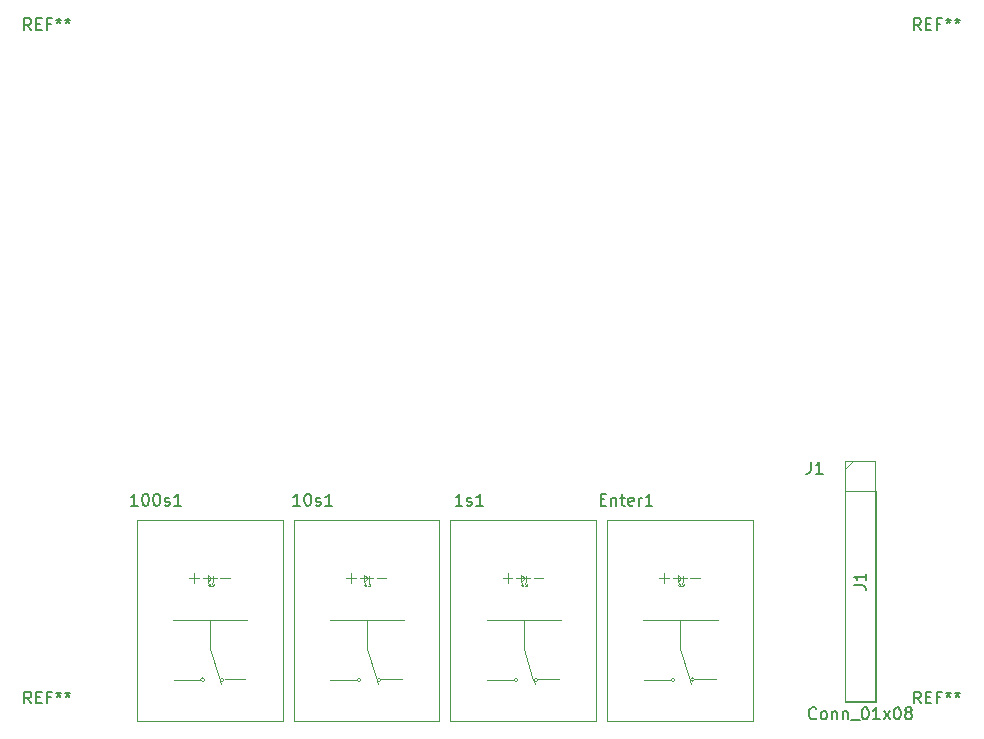
<source format=gbr>
%TF.GenerationSoftware,KiCad,Pcbnew,(5.1.7)-1*%
%TF.CreationDate,2021-12-31T12:19:26+00:00*%
%TF.ProjectId,ControlMenu-PCB,436f6e74-726f-46c4-9d65-6e752d504342,rev?*%
%TF.SameCoordinates,Original*%
%TF.FileFunction,Legend,Top*%
%TF.FilePolarity,Positive*%
%FSLAX46Y46*%
G04 Gerber Fmt 4.6, Leading zero omitted, Abs format (unit mm)*
G04 Created by KiCad (PCBNEW (5.1.7)-1) date 2021-12-31 12:19:26*
%MOMM*%
%LPD*%
G01*
G04 APERTURE LIST*
%ADD10C,0.120000*%
%ADD11C,0.100000*%
%ADD12C,0.150000*%
G04 APERTURE END LIST*
D10*
%TO.C,Enter1*%
X245925000Y-140605000D02*
X245815000Y-140565000D01*
X245985000Y-140565000D02*
X246025000Y-140455000D01*
X245865000Y-140335000D02*
X245965000Y-140605000D01*
X245635000Y-140575000D02*
X245525000Y-140535000D01*
X245695000Y-140535000D02*
X245735000Y-140425000D01*
X245575000Y-140305000D02*
X245675000Y-140575000D01*
X245825000Y-139915000D02*
X245505000Y-140215000D01*
X245825000Y-139905000D02*
X245505000Y-139695000D01*
X245935000Y-140225000D02*
X245935000Y-139705000D01*
X245505000Y-140215000D02*
X245505000Y-139695000D01*
X245105000Y-139935000D02*
X246275000Y-139935000D01*
X246565000Y-139925000D02*
X247375000Y-139925000D01*
X243955000Y-139905000D02*
X244765000Y-139905000D01*
X244385000Y-139505000D02*
X244385000Y-140315000D01*
X246927047Y-148535000D02*
G75*
G03*
X246927047Y-148535000I-172047J0D01*
G01*
X245257047Y-148545000D02*
G75*
G03*
X245257047Y-148545000I-172047J0D01*
G01*
X242635000Y-148555000D02*
X244915000Y-148555000D01*
X248715000Y-148505000D02*
X246955000Y-148505000D01*
X246475000Y-148305000D02*
X246665000Y-148875000D01*
X245735000Y-145925000D02*
X246475000Y-148305000D01*
X245735000Y-143475000D02*
X245735000Y-145925000D01*
X242595000Y-143505000D02*
X248885000Y-143505000D01*
X239515000Y-151995000D02*
X251865000Y-151995000D01*
X251865000Y-134995000D02*
X251865000Y-151995000D01*
X239515000Y-134995000D02*
X239515000Y-151995000D01*
X239515000Y-134995000D02*
X251865000Y-134995000D01*
%TO.C,1s1*%
X232655000Y-140605000D02*
X232545000Y-140565000D01*
X232715000Y-140565000D02*
X232755000Y-140455000D01*
X232595000Y-140335000D02*
X232695000Y-140605000D01*
X232365000Y-140575000D02*
X232255000Y-140535000D01*
X232425000Y-140535000D02*
X232465000Y-140425000D01*
X232305000Y-140305000D02*
X232405000Y-140575000D01*
X232555000Y-139915000D02*
X232235000Y-140215000D01*
X232555000Y-139905000D02*
X232235000Y-139695000D01*
X232665000Y-140225000D02*
X232665000Y-139705000D01*
X232235000Y-140215000D02*
X232235000Y-139695000D01*
X231835000Y-139935000D02*
X233005000Y-139935000D01*
X233295000Y-139925000D02*
X234105000Y-139925000D01*
X230685000Y-139905000D02*
X231495000Y-139905000D01*
X231115000Y-139505000D02*
X231115000Y-140315000D01*
X233657047Y-148535000D02*
G75*
G03*
X233657047Y-148535000I-172047J0D01*
G01*
X231987047Y-148545000D02*
G75*
G03*
X231987047Y-148545000I-172047J0D01*
G01*
X229365000Y-148555000D02*
X231645000Y-148555000D01*
X235445000Y-148505000D02*
X233685000Y-148505000D01*
X233205000Y-148305000D02*
X233395000Y-148875000D01*
X232465000Y-145925000D02*
X233205000Y-148305000D01*
X232465000Y-143475000D02*
X232465000Y-145925000D01*
X229325000Y-143505000D02*
X235615000Y-143505000D01*
X226245000Y-151995000D02*
X238595000Y-151995000D01*
X238595000Y-134995000D02*
X238595000Y-151995000D01*
X226245000Y-134995000D02*
X226245000Y-151995000D01*
X226245000Y-134995000D02*
X238595000Y-134995000D01*
%TO.C,10s1*%
X219385000Y-140605000D02*
X219275000Y-140565000D01*
X219445000Y-140565000D02*
X219485000Y-140455000D01*
X219325000Y-140335000D02*
X219425000Y-140605000D01*
X219095000Y-140575000D02*
X218985000Y-140535000D01*
X219155000Y-140535000D02*
X219195000Y-140425000D01*
X219035000Y-140305000D02*
X219135000Y-140575000D01*
X219285000Y-139915000D02*
X218965000Y-140215000D01*
X219285000Y-139905000D02*
X218965000Y-139695000D01*
X219395000Y-140225000D02*
X219395000Y-139705000D01*
X218965000Y-140215000D02*
X218965000Y-139695000D01*
X218565000Y-139935000D02*
X219735000Y-139935000D01*
X220025000Y-139925000D02*
X220835000Y-139925000D01*
X217415000Y-139905000D02*
X218225000Y-139905000D01*
X217845000Y-139505000D02*
X217845000Y-140315000D01*
X220387047Y-148535000D02*
G75*
G03*
X220387047Y-148535000I-172047J0D01*
G01*
X218717047Y-148545000D02*
G75*
G03*
X218717047Y-148545000I-172047J0D01*
G01*
X216095000Y-148555000D02*
X218375000Y-148555000D01*
X222175000Y-148505000D02*
X220415000Y-148505000D01*
X219935000Y-148305000D02*
X220125000Y-148875000D01*
X219195000Y-145925000D02*
X219935000Y-148305000D01*
X219195000Y-143475000D02*
X219195000Y-145925000D01*
X216055000Y-143505000D02*
X222345000Y-143505000D01*
X212975000Y-151995000D02*
X225325000Y-151995000D01*
X225325000Y-134995000D02*
X225325000Y-151995000D01*
X212975000Y-134995000D02*
X212975000Y-151995000D01*
X212975000Y-134995000D02*
X225325000Y-134995000D01*
%TO.C,100s1*%
X206115000Y-140605000D02*
X206005000Y-140565000D01*
X206175000Y-140565000D02*
X206215000Y-140455000D01*
X206055000Y-140335000D02*
X206155000Y-140605000D01*
X205825000Y-140575000D02*
X205715000Y-140535000D01*
X205885000Y-140535000D02*
X205925000Y-140425000D01*
X205765000Y-140305000D02*
X205865000Y-140575000D01*
X206015000Y-139915000D02*
X205695000Y-140215000D01*
X206015000Y-139905000D02*
X205695000Y-139695000D01*
X206125000Y-140225000D02*
X206125000Y-139705000D01*
X205695000Y-140215000D02*
X205695000Y-139695000D01*
X205295000Y-139935000D02*
X206465000Y-139935000D01*
X206755000Y-139925000D02*
X207565000Y-139925000D01*
X204145000Y-139905000D02*
X204955000Y-139905000D01*
X204575000Y-139505000D02*
X204575000Y-140315000D01*
X207117047Y-148535000D02*
G75*
G03*
X207117047Y-148535000I-172047J0D01*
G01*
X205447047Y-148545000D02*
G75*
G03*
X205447047Y-148545000I-172047J0D01*
G01*
X202825000Y-148555000D02*
X205105000Y-148555000D01*
X208905000Y-148505000D02*
X207145000Y-148505000D01*
X206665000Y-148305000D02*
X206855000Y-148875000D01*
X205925000Y-145925000D02*
X206665000Y-148305000D01*
X205925000Y-143475000D02*
X205925000Y-145925000D01*
X202785000Y-143505000D02*
X209075000Y-143505000D01*
X199705000Y-151995000D02*
X212055000Y-151995000D01*
X212055000Y-134995000D02*
X212055000Y-151995000D01*
X199705000Y-134995000D02*
X199705000Y-151995000D01*
X199705000Y-134995000D02*
X212055000Y-134995000D01*
%TO.C,J1*%
X259640000Y-129980000D02*
X260970000Y-129980000D01*
X259640000Y-131310000D02*
X259640000Y-129980000D01*
X259640000Y-132580000D02*
X262300000Y-132580000D01*
X262300000Y-132580000D02*
X262300000Y-150420000D01*
X259640000Y-132580000D02*
X259640000Y-150420000D01*
X259640000Y-150420000D02*
X262300000Y-150420000D01*
D11*
X259700000Y-130675000D02*
X260335000Y-130040000D01*
X259700000Y-150360000D02*
X259700000Y-130675000D01*
X262240000Y-150360000D02*
X259700000Y-150360000D01*
X262240000Y-130040000D02*
X262240000Y-150360000D01*
X260335000Y-130040000D02*
X262240000Y-130040000D01*
%TO.C,REF\u002A\u002A*%
D12*
X190756666Y-150532380D02*
X190423333Y-150056190D01*
X190185238Y-150532380D02*
X190185238Y-149532380D01*
X190566190Y-149532380D01*
X190661428Y-149580000D01*
X190709047Y-149627619D01*
X190756666Y-149722857D01*
X190756666Y-149865714D01*
X190709047Y-149960952D01*
X190661428Y-150008571D01*
X190566190Y-150056190D01*
X190185238Y-150056190D01*
X191185238Y-150008571D02*
X191518571Y-150008571D01*
X191661428Y-150532380D02*
X191185238Y-150532380D01*
X191185238Y-149532380D01*
X191661428Y-149532380D01*
X192423333Y-150008571D02*
X192090000Y-150008571D01*
X192090000Y-150532380D02*
X192090000Y-149532380D01*
X192566190Y-149532380D01*
X193090000Y-149532380D02*
X193090000Y-149770476D01*
X192851904Y-149675238D02*
X193090000Y-149770476D01*
X193328095Y-149675238D01*
X192947142Y-149960952D02*
X193090000Y-149770476D01*
X193232857Y-149960952D01*
X193851904Y-149532380D02*
X193851904Y-149770476D01*
X193613809Y-149675238D02*
X193851904Y-149770476D01*
X194090000Y-149675238D01*
X193709047Y-149960952D02*
X193851904Y-149770476D01*
X193994761Y-149960952D01*
X266086666Y-93532380D02*
X265753333Y-93056190D01*
X265515238Y-93532380D02*
X265515238Y-92532380D01*
X265896190Y-92532380D01*
X265991428Y-92580000D01*
X266039047Y-92627619D01*
X266086666Y-92722857D01*
X266086666Y-92865714D01*
X266039047Y-92960952D01*
X265991428Y-93008571D01*
X265896190Y-93056190D01*
X265515238Y-93056190D01*
X266515238Y-93008571D02*
X266848571Y-93008571D01*
X266991428Y-93532380D02*
X266515238Y-93532380D01*
X266515238Y-92532380D01*
X266991428Y-92532380D01*
X267753333Y-93008571D02*
X267420000Y-93008571D01*
X267420000Y-93532380D02*
X267420000Y-92532380D01*
X267896190Y-92532380D01*
X268420000Y-92532380D02*
X268420000Y-92770476D01*
X268181904Y-92675238D02*
X268420000Y-92770476D01*
X268658095Y-92675238D01*
X268277142Y-92960952D02*
X268420000Y-92770476D01*
X268562857Y-92960952D01*
X269181904Y-92532380D02*
X269181904Y-92770476D01*
X268943809Y-92675238D02*
X269181904Y-92770476D01*
X269420000Y-92675238D01*
X269039047Y-92960952D02*
X269181904Y-92770476D01*
X269324761Y-92960952D01*
X190756666Y-93532380D02*
X190423333Y-93056190D01*
X190185238Y-93532380D02*
X190185238Y-92532380D01*
X190566190Y-92532380D01*
X190661428Y-92580000D01*
X190709047Y-92627619D01*
X190756666Y-92722857D01*
X190756666Y-92865714D01*
X190709047Y-92960952D01*
X190661428Y-93008571D01*
X190566190Y-93056190D01*
X190185238Y-93056190D01*
X191185238Y-93008571D02*
X191518571Y-93008571D01*
X191661428Y-93532380D02*
X191185238Y-93532380D01*
X191185238Y-92532380D01*
X191661428Y-92532380D01*
X192423333Y-93008571D02*
X192090000Y-93008571D01*
X192090000Y-93532380D02*
X192090000Y-92532380D01*
X192566190Y-92532380D01*
X193090000Y-92532380D02*
X193090000Y-92770476D01*
X192851904Y-92675238D02*
X193090000Y-92770476D01*
X193328095Y-92675238D01*
X192947142Y-92960952D02*
X193090000Y-92770476D01*
X193232857Y-92960952D01*
X193851904Y-92532380D02*
X193851904Y-92770476D01*
X193613809Y-92675238D02*
X193851904Y-92770476D01*
X194090000Y-92675238D01*
X193709047Y-92960952D02*
X193851904Y-92770476D01*
X193994761Y-92960952D01*
X266086666Y-150532380D02*
X265753333Y-150056190D01*
X265515238Y-150532380D02*
X265515238Y-149532380D01*
X265896190Y-149532380D01*
X265991428Y-149580000D01*
X266039047Y-149627619D01*
X266086666Y-149722857D01*
X266086666Y-149865714D01*
X266039047Y-149960952D01*
X265991428Y-150008571D01*
X265896190Y-150056190D01*
X265515238Y-150056190D01*
X266515238Y-150008571D02*
X266848571Y-150008571D01*
X266991428Y-150532380D02*
X266515238Y-150532380D01*
X266515238Y-149532380D01*
X266991428Y-149532380D01*
X267753333Y-150008571D02*
X267420000Y-150008571D01*
X267420000Y-150532380D02*
X267420000Y-149532380D01*
X267896190Y-149532380D01*
X268420000Y-149532380D02*
X268420000Y-149770476D01*
X268181904Y-149675238D02*
X268420000Y-149770476D01*
X268658095Y-149675238D01*
X268277142Y-149960952D02*
X268420000Y-149770476D01*
X268562857Y-149960952D01*
X269181904Y-149532380D02*
X269181904Y-149770476D01*
X268943809Y-149675238D02*
X269181904Y-149770476D01*
X269420000Y-149675238D01*
X269039047Y-149960952D02*
X269181904Y-149770476D01*
X269324761Y-149960952D01*
%TO.C,Enter1*%
X238968333Y-133263571D02*
X239301666Y-133263571D01*
X239444523Y-133787380D02*
X238968333Y-133787380D01*
X238968333Y-132787380D01*
X239444523Y-132787380D01*
X239873095Y-133120714D02*
X239873095Y-133787380D01*
X239873095Y-133215952D02*
X239920714Y-133168333D01*
X240015952Y-133120714D01*
X240158809Y-133120714D01*
X240254047Y-133168333D01*
X240301666Y-133263571D01*
X240301666Y-133787380D01*
X240635000Y-133120714D02*
X241015952Y-133120714D01*
X240777857Y-132787380D02*
X240777857Y-133644523D01*
X240825476Y-133739761D01*
X240920714Y-133787380D01*
X241015952Y-133787380D01*
X241730238Y-133739761D02*
X241635000Y-133787380D01*
X241444523Y-133787380D01*
X241349285Y-133739761D01*
X241301666Y-133644523D01*
X241301666Y-133263571D01*
X241349285Y-133168333D01*
X241444523Y-133120714D01*
X241635000Y-133120714D01*
X241730238Y-133168333D01*
X241777857Y-133263571D01*
X241777857Y-133358809D01*
X241301666Y-133454047D01*
X242206428Y-133787380D02*
X242206428Y-133120714D01*
X242206428Y-133311190D02*
X242254047Y-133215952D01*
X242301666Y-133168333D01*
X242396904Y-133120714D01*
X242492142Y-133120714D01*
X243349285Y-133787380D02*
X242777857Y-133787380D01*
X243063571Y-133787380D02*
X243063571Y-132787380D01*
X242968333Y-132930238D01*
X242873095Y-133025476D01*
X242777857Y-133073095D01*
%TO.C,1s1*%
X227269761Y-133787380D02*
X226698333Y-133787380D01*
X226984047Y-133787380D02*
X226984047Y-132787380D01*
X226888809Y-132930238D01*
X226793571Y-133025476D01*
X226698333Y-133073095D01*
X227650714Y-133739761D02*
X227745952Y-133787380D01*
X227936428Y-133787380D01*
X228031666Y-133739761D01*
X228079285Y-133644523D01*
X228079285Y-133596904D01*
X228031666Y-133501666D01*
X227936428Y-133454047D01*
X227793571Y-133454047D01*
X227698333Y-133406428D01*
X227650714Y-133311190D01*
X227650714Y-133263571D01*
X227698333Y-133168333D01*
X227793571Y-133120714D01*
X227936428Y-133120714D01*
X228031666Y-133168333D01*
X229031666Y-133787380D02*
X228460238Y-133787380D01*
X228745952Y-133787380D02*
X228745952Y-132787380D01*
X228650714Y-132930238D01*
X228555476Y-133025476D01*
X228460238Y-133073095D01*
%TO.C,10s1*%
X213523571Y-133787380D02*
X212952142Y-133787380D01*
X213237857Y-133787380D02*
X213237857Y-132787380D01*
X213142619Y-132930238D01*
X213047380Y-133025476D01*
X212952142Y-133073095D01*
X214142619Y-132787380D02*
X214237857Y-132787380D01*
X214333095Y-132835000D01*
X214380714Y-132882619D01*
X214428333Y-132977857D01*
X214475952Y-133168333D01*
X214475952Y-133406428D01*
X214428333Y-133596904D01*
X214380714Y-133692142D01*
X214333095Y-133739761D01*
X214237857Y-133787380D01*
X214142619Y-133787380D01*
X214047380Y-133739761D01*
X213999761Y-133692142D01*
X213952142Y-133596904D01*
X213904523Y-133406428D01*
X213904523Y-133168333D01*
X213952142Y-132977857D01*
X213999761Y-132882619D01*
X214047380Y-132835000D01*
X214142619Y-132787380D01*
X214856904Y-133739761D02*
X214952142Y-133787380D01*
X215142619Y-133787380D01*
X215237857Y-133739761D01*
X215285476Y-133644523D01*
X215285476Y-133596904D01*
X215237857Y-133501666D01*
X215142619Y-133454047D01*
X214999761Y-133454047D01*
X214904523Y-133406428D01*
X214856904Y-133311190D01*
X214856904Y-133263571D01*
X214904523Y-133168333D01*
X214999761Y-133120714D01*
X215142619Y-133120714D01*
X215237857Y-133168333D01*
X216237857Y-133787380D02*
X215666428Y-133787380D01*
X215952142Y-133787380D02*
X215952142Y-132787380D01*
X215856904Y-132930238D01*
X215761666Y-133025476D01*
X215666428Y-133073095D01*
%TO.C,100s1*%
X199777380Y-133787380D02*
X199205952Y-133787380D01*
X199491666Y-133787380D02*
X199491666Y-132787380D01*
X199396428Y-132930238D01*
X199301190Y-133025476D01*
X199205952Y-133073095D01*
X200396428Y-132787380D02*
X200491666Y-132787380D01*
X200586904Y-132835000D01*
X200634523Y-132882619D01*
X200682142Y-132977857D01*
X200729761Y-133168333D01*
X200729761Y-133406428D01*
X200682142Y-133596904D01*
X200634523Y-133692142D01*
X200586904Y-133739761D01*
X200491666Y-133787380D01*
X200396428Y-133787380D01*
X200301190Y-133739761D01*
X200253571Y-133692142D01*
X200205952Y-133596904D01*
X200158333Y-133406428D01*
X200158333Y-133168333D01*
X200205952Y-132977857D01*
X200253571Y-132882619D01*
X200301190Y-132835000D01*
X200396428Y-132787380D01*
X201348809Y-132787380D02*
X201444047Y-132787380D01*
X201539285Y-132835000D01*
X201586904Y-132882619D01*
X201634523Y-132977857D01*
X201682142Y-133168333D01*
X201682142Y-133406428D01*
X201634523Y-133596904D01*
X201586904Y-133692142D01*
X201539285Y-133739761D01*
X201444047Y-133787380D01*
X201348809Y-133787380D01*
X201253571Y-133739761D01*
X201205952Y-133692142D01*
X201158333Y-133596904D01*
X201110714Y-133406428D01*
X201110714Y-133168333D01*
X201158333Y-132977857D01*
X201205952Y-132882619D01*
X201253571Y-132835000D01*
X201348809Y-132787380D01*
X202063095Y-133739761D02*
X202158333Y-133787380D01*
X202348809Y-133787380D01*
X202444047Y-133739761D01*
X202491666Y-133644523D01*
X202491666Y-133596904D01*
X202444047Y-133501666D01*
X202348809Y-133454047D01*
X202205952Y-133454047D01*
X202110714Y-133406428D01*
X202063095Y-133311190D01*
X202063095Y-133263571D01*
X202110714Y-133168333D01*
X202205952Y-133120714D01*
X202348809Y-133120714D01*
X202444047Y-133168333D01*
X203444047Y-133787380D02*
X202872619Y-133787380D01*
X203158333Y-133787380D02*
X203158333Y-132787380D01*
X203063095Y-132930238D01*
X202967857Y-133025476D01*
X202872619Y-133073095D01*
%TO.C,J1*%
X256776666Y-130072380D02*
X256776666Y-130786666D01*
X256729047Y-130929523D01*
X256633809Y-131024761D01*
X256490952Y-131072380D01*
X256395714Y-131072380D01*
X257776666Y-131072380D02*
X257205238Y-131072380D01*
X257490952Y-131072380D02*
X257490952Y-130072380D01*
X257395714Y-130215238D01*
X257300476Y-130310476D01*
X257205238Y-130358095D01*
X257231904Y-151777142D02*
X257184285Y-151824761D01*
X257041428Y-151872380D01*
X256946190Y-151872380D01*
X256803333Y-151824761D01*
X256708095Y-151729523D01*
X256660476Y-151634285D01*
X256612857Y-151443809D01*
X256612857Y-151300952D01*
X256660476Y-151110476D01*
X256708095Y-151015238D01*
X256803333Y-150920000D01*
X256946190Y-150872380D01*
X257041428Y-150872380D01*
X257184285Y-150920000D01*
X257231904Y-150967619D01*
X257803333Y-151872380D02*
X257708095Y-151824761D01*
X257660476Y-151777142D01*
X257612857Y-151681904D01*
X257612857Y-151396190D01*
X257660476Y-151300952D01*
X257708095Y-151253333D01*
X257803333Y-151205714D01*
X257946190Y-151205714D01*
X258041428Y-151253333D01*
X258089047Y-151300952D01*
X258136666Y-151396190D01*
X258136666Y-151681904D01*
X258089047Y-151777142D01*
X258041428Y-151824761D01*
X257946190Y-151872380D01*
X257803333Y-151872380D01*
X258565238Y-151205714D02*
X258565238Y-151872380D01*
X258565238Y-151300952D02*
X258612857Y-151253333D01*
X258708095Y-151205714D01*
X258850952Y-151205714D01*
X258946190Y-151253333D01*
X258993809Y-151348571D01*
X258993809Y-151872380D01*
X259470000Y-151205714D02*
X259470000Y-151872380D01*
X259470000Y-151300952D02*
X259517619Y-151253333D01*
X259612857Y-151205714D01*
X259755714Y-151205714D01*
X259850952Y-151253333D01*
X259898571Y-151348571D01*
X259898571Y-151872380D01*
X260136666Y-151967619D02*
X260898571Y-151967619D01*
X261327142Y-150872380D02*
X261422380Y-150872380D01*
X261517619Y-150920000D01*
X261565238Y-150967619D01*
X261612857Y-151062857D01*
X261660476Y-151253333D01*
X261660476Y-151491428D01*
X261612857Y-151681904D01*
X261565238Y-151777142D01*
X261517619Y-151824761D01*
X261422380Y-151872380D01*
X261327142Y-151872380D01*
X261231904Y-151824761D01*
X261184285Y-151777142D01*
X261136666Y-151681904D01*
X261089047Y-151491428D01*
X261089047Y-151253333D01*
X261136666Y-151062857D01*
X261184285Y-150967619D01*
X261231904Y-150920000D01*
X261327142Y-150872380D01*
X262612857Y-151872380D02*
X262041428Y-151872380D01*
X262327142Y-151872380D02*
X262327142Y-150872380D01*
X262231904Y-151015238D01*
X262136666Y-151110476D01*
X262041428Y-151158095D01*
X262946190Y-151872380D02*
X263470000Y-151205714D01*
X262946190Y-151205714D02*
X263470000Y-151872380D01*
X264041428Y-150872380D02*
X264136666Y-150872380D01*
X264231904Y-150920000D01*
X264279523Y-150967619D01*
X264327142Y-151062857D01*
X264374761Y-151253333D01*
X264374761Y-151491428D01*
X264327142Y-151681904D01*
X264279523Y-151777142D01*
X264231904Y-151824761D01*
X264136666Y-151872380D01*
X264041428Y-151872380D01*
X263946190Y-151824761D01*
X263898571Y-151777142D01*
X263850952Y-151681904D01*
X263803333Y-151491428D01*
X263803333Y-151253333D01*
X263850952Y-151062857D01*
X263898571Y-150967619D01*
X263946190Y-150920000D01*
X264041428Y-150872380D01*
X264946190Y-151300952D02*
X264850952Y-151253333D01*
X264803333Y-151205714D01*
X264755714Y-151110476D01*
X264755714Y-151062857D01*
X264803333Y-150967619D01*
X264850952Y-150920000D01*
X264946190Y-150872380D01*
X265136666Y-150872380D01*
X265231904Y-150920000D01*
X265279523Y-150967619D01*
X265327142Y-151062857D01*
X265327142Y-151110476D01*
X265279523Y-151205714D01*
X265231904Y-151253333D01*
X265136666Y-151300952D01*
X264946190Y-151300952D01*
X264850952Y-151348571D01*
X264803333Y-151396190D01*
X264755714Y-151491428D01*
X264755714Y-151681904D01*
X264803333Y-151777142D01*
X264850952Y-151824761D01*
X264946190Y-151872380D01*
X265136666Y-151872380D01*
X265231904Y-151824761D01*
X265279523Y-151777142D01*
X265327142Y-151681904D01*
X265327142Y-151491428D01*
X265279523Y-151396190D01*
X265231904Y-151348571D01*
X265136666Y-151300952D01*
X260422380Y-140533333D02*
X261136666Y-140533333D01*
X261279523Y-140580952D01*
X261374761Y-140676190D01*
X261422380Y-140819047D01*
X261422380Y-140914285D01*
X261422380Y-139533333D02*
X261422380Y-140104761D01*
X261422380Y-139819047D02*
X260422380Y-139819047D01*
X260565238Y-139914285D01*
X260660476Y-140009523D01*
X260708095Y-140104761D01*
%TD*%
M02*

</source>
